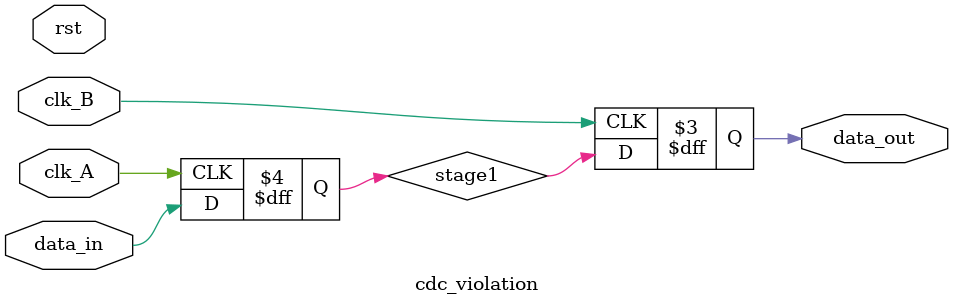
<source format=sv>
module cdc_violation (
    input logic clk_A,
    input logic clk_B,
    input logic rst,
    input logic data_in,
    output logic data_out
);
    logic stage1;

    always_ff @(posedge clk_A) begin
        stage1 <= data_in;
    end

    always_ff @(posedge clk_B) begin
        data_out <= stage1; // No synchronization → CDC issue!
    end
endmodule
</source>
